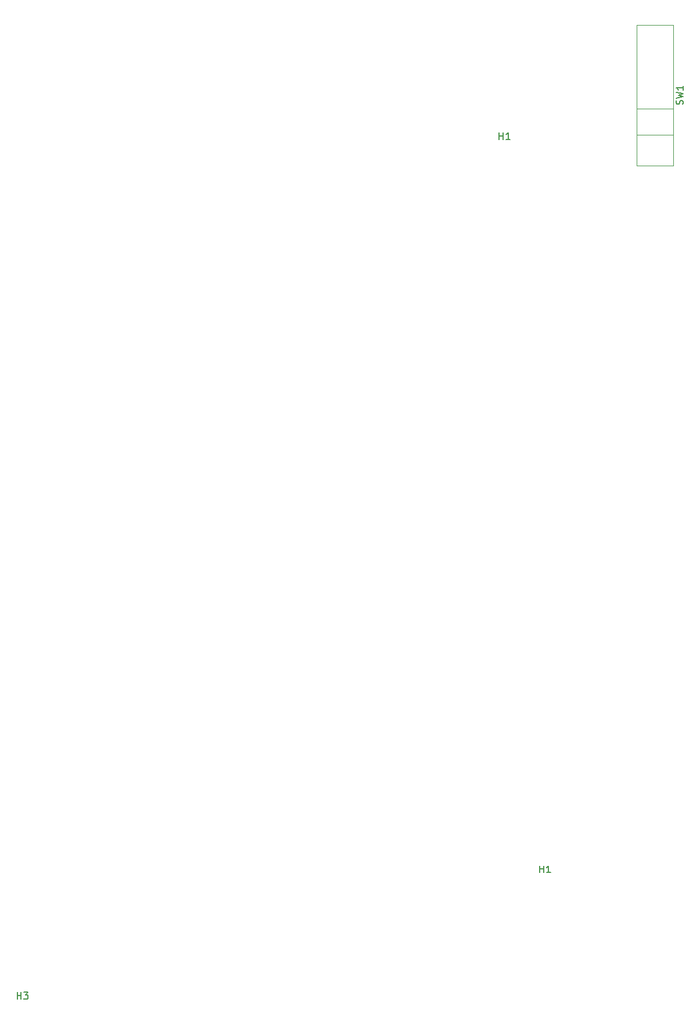
<source format=gbr>
%TF.GenerationSoftware,KiCad,Pcbnew,7.0.7-7.0.7~ubuntu22.04.1*%
%TF.CreationDate,2023-09-29T11:53:24-06:00*%
%TF.ProjectId,stepper_microscope_stage,73746570-7065-4725-9f6d-6963726f7363,9*%
%TF.SameCoordinates,Original*%
%TF.FileFunction,Legend,Top*%
%TF.FilePolarity,Positive*%
%FSLAX46Y46*%
G04 Gerber Fmt 4.6, Leading zero omitted, Abs format (unit mm)*
G04 Created by KiCad (PCBNEW 7.0.7-7.0.7~ubuntu22.04.1) date 2023-09-29 11:53:24*
%MOMM*%
%LPD*%
G01*
G04 APERTURE LIST*
%ADD10C,0.150000*%
%ADD11C,0.100000*%
G04 APERTURE END LIST*
D10*
X52988095Y-169754819D02*
X52988095Y-168754819D01*
X52988095Y-169231009D02*
X53559523Y-169231009D01*
X53559523Y-169754819D02*
X53559523Y-168754819D01*
X53940476Y-168754819D02*
X54559523Y-168754819D01*
X54559523Y-168754819D02*
X54226190Y-169135771D01*
X54226190Y-169135771D02*
X54369047Y-169135771D01*
X54369047Y-169135771D02*
X54464285Y-169183390D01*
X54464285Y-169183390D02*
X54511904Y-169231009D01*
X54511904Y-169231009D02*
X54559523Y-169326247D01*
X54559523Y-169326247D02*
X54559523Y-169564342D01*
X54559523Y-169564342D02*
X54511904Y-169659580D01*
X54511904Y-169659580D02*
X54464285Y-169707200D01*
X54464285Y-169707200D02*
X54369047Y-169754819D01*
X54369047Y-169754819D02*
X54083333Y-169754819D01*
X54083333Y-169754819D02*
X53988095Y-169707200D01*
X53988095Y-169707200D02*
X53940476Y-169659580D01*
X123238095Y-44504819D02*
X123238095Y-43504819D01*
X123238095Y-43981009D02*
X123809523Y-43981009D01*
X123809523Y-44504819D02*
X123809523Y-43504819D01*
X124809523Y-44504819D02*
X124238095Y-44504819D01*
X124523809Y-44504819D02*
X124523809Y-43504819D01*
X124523809Y-43504819D02*
X124428571Y-43647676D01*
X124428571Y-43647676D02*
X124333333Y-43742914D01*
X124333333Y-43742914D02*
X124238095Y-43790533D01*
X129138095Y-151314819D02*
X129138095Y-150314819D01*
X129138095Y-150791009D02*
X129709523Y-150791009D01*
X129709523Y-151314819D02*
X129709523Y-150314819D01*
X130709523Y-151314819D02*
X130138095Y-151314819D01*
X130423809Y-151314819D02*
X130423809Y-150314819D01*
X130423809Y-150314819D02*
X130328571Y-150457676D01*
X130328571Y-150457676D02*
X130233333Y-150552914D01*
X130233333Y-150552914D02*
X130138095Y-150600533D01*
X149999700Y-39388332D02*
X150047319Y-39245475D01*
X150047319Y-39245475D02*
X150047319Y-39007380D01*
X150047319Y-39007380D02*
X149999700Y-38912142D01*
X149999700Y-38912142D02*
X149952080Y-38864523D01*
X149952080Y-38864523D02*
X149856842Y-38816904D01*
X149856842Y-38816904D02*
X149761604Y-38816904D01*
X149761604Y-38816904D02*
X149666366Y-38864523D01*
X149666366Y-38864523D02*
X149618747Y-38912142D01*
X149618747Y-38912142D02*
X149571128Y-39007380D01*
X149571128Y-39007380D02*
X149523509Y-39197856D01*
X149523509Y-39197856D02*
X149475890Y-39293094D01*
X149475890Y-39293094D02*
X149428271Y-39340713D01*
X149428271Y-39340713D02*
X149333033Y-39388332D01*
X149333033Y-39388332D02*
X149237795Y-39388332D01*
X149237795Y-39388332D02*
X149142557Y-39340713D01*
X149142557Y-39340713D02*
X149094938Y-39293094D01*
X149094938Y-39293094D02*
X149047319Y-39197856D01*
X149047319Y-39197856D02*
X149047319Y-38959761D01*
X149047319Y-38959761D02*
X149094938Y-38816904D01*
X149047319Y-38483570D02*
X150047319Y-38245475D01*
X150047319Y-38245475D02*
X149333033Y-38054999D01*
X149333033Y-38054999D02*
X150047319Y-37864523D01*
X150047319Y-37864523D02*
X149047319Y-37626428D01*
X150047319Y-36721666D02*
X150047319Y-37293094D01*
X150047319Y-37007380D02*
X149047319Y-37007380D01*
X149047319Y-37007380D02*
X149190176Y-37102618D01*
X149190176Y-37102618D02*
X149285414Y-37197856D01*
X149285414Y-37197856D02*
X149333033Y-37293094D01*
D11*
%TO.C,SW1*%
X145905000Y-48291200D02*
X148572000Y-48291200D01*
X143238000Y-43871600D02*
X148572000Y-43871600D01*
X148572000Y-40061600D02*
X143238000Y-40061600D01*
X145905000Y-27818800D02*
X143238000Y-27818800D01*
X148572000Y-48291200D02*
X143238000Y-48291200D01*
X143238000Y-48291200D02*
X143238000Y-27818800D01*
X143238000Y-27818800D02*
X148572000Y-27818800D01*
X148572000Y-27818800D02*
X148572000Y-48291200D01*
%TD*%
M02*

</source>
